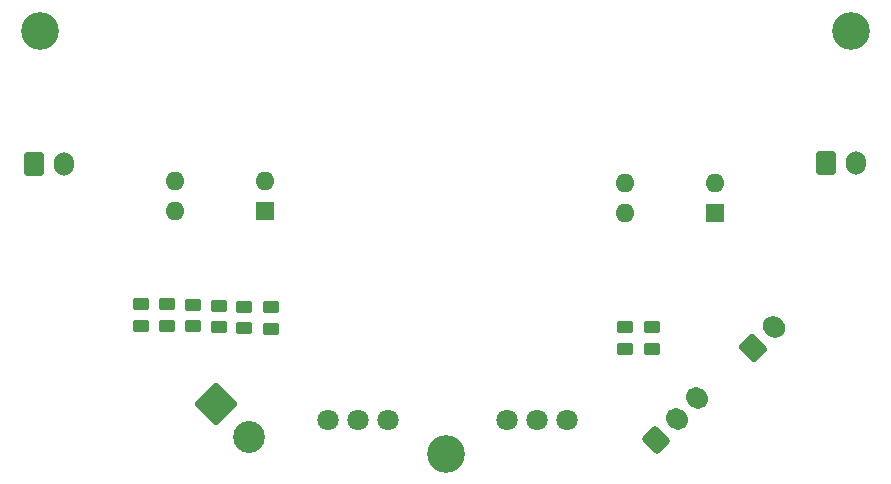
<source format=gbr>
%TF.GenerationSoftware,KiCad,Pcbnew,7.0.9*%
%TF.CreationDate,2024-12-16T15:20:58+09:00*%
%TF.ProjectId,kicker,6b69636b-6572-42e6-9b69-6361645f7063,rev?*%
%TF.SameCoordinates,Original*%
%TF.FileFunction,Soldermask,Top*%
%TF.FilePolarity,Negative*%
%FSLAX46Y46*%
G04 Gerber Fmt 4.6, Leading zero omitted, Abs format (unit mm)*
G04 Created by KiCad (PCBNEW 7.0.9) date 2024-12-16 15:20:58*
%MOMM*%
%LPD*%
G01*
G04 APERTURE LIST*
G04 Aperture macros list*
%AMRoundRect*
0 Rectangle with rounded corners*
0 $1 Rounding radius*
0 $2 $3 $4 $5 $6 $7 $8 $9 X,Y pos of 4 corners*
0 Add a 4 corners polygon primitive as box body*
4,1,4,$2,$3,$4,$5,$6,$7,$8,$9,$2,$3,0*
0 Add four circle primitives for the rounded corners*
1,1,$1+$1,$2,$3*
1,1,$1+$1,$4,$5*
1,1,$1+$1,$6,$7*
1,1,$1+$1,$8,$9*
0 Add four rect primitives between the rounded corners*
20,1,$1+$1,$2,$3,$4,$5,0*
20,1,$1+$1,$4,$5,$6,$7,0*
20,1,$1+$1,$6,$7,$8,$9,0*
20,1,$1+$1,$8,$9,$2,$3,0*%
%AMHorizOval*
0 Thick line with rounded ends*
0 $1 width*
0 $2 $3 position (X,Y) of the first rounded end (center of the circle)*
0 $4 $5 position (X,Y) of the second rounded end (center of the circle)*
0 Add line between two ends*
20,1,$1,$2,$3,$4,$5,0*
0 Add two circle primitives to create the rounded ends*
1,1,$1,$2,$3*
1,1,$1,$4,$5*%
G04 Aperture macros list end*
%ADD10RoundRect,0.250000X-0.450000X0.262500X-0.450000X-0.262500X0.450000X-0.262500X0.450000X0.262500X0*%
%ADD11C,3.200000*%
%ADD12RoundRect,0.250001X-1.555634X0.000000X0.000000X-1.555634X1.555634X0.000000X0.000000X1.555634X0*%
%ADD13C,2.700000*%
%ADD14RoundRect,0.250000X0.106066X-0.954594X0.954594X-0.106066X-0.106066X0.954594X-0.954594X0.106066X0*%
%ADD15HorizOval,1.700000X-0.106066X0.106066X0.106066X-0.106066X0*%
%ADD16RoundRect,0.250000X0.450000X-0.262500X0.450000X0.262500X-0.450000X0.262500X-0.450000X-0.262500X0*%
%ADD17RoundRect,0.250000X-0.600000X-0.750000X0.600000X-0.750000X0.600000X0.750000X-0.600000X0.750000X0*%
%ADD18O,1.700000X2.000000*%
%ADD19R,1.600000X1.600000*%
%ADD20O,1.600000X1.600000*%
%ADD21RoundRect,0.250000X0.088388X-0.936916X0.936916X-0.088388X-0.088388X0.936916X-0.936916X0.088388X0*%
%ADD22HorizOval,1.700000X-0.088388X0.088388X0.088388X-0.088388X0*%
%ADD23C,1.800000*%
G04 APERTURE END LIST*
D10*
%TO.C,R6*%
X198800000Y-69137500D03*
X198800000Y-70962500D03*
%TD*%
D11*
%TO.C,REF\u002A\u002A*%
X183670000Y-79850000D03*
%TD*%
D12*
%TO.C,J1*%
X164160000Y-75660000D03*
D13*
X166960143Y-78460143D03*
%TD*%
D14*
%TO.C,J4*%
X209640000Y-70880000D03*
D15*
X211407767Y-69112233D03*
%TD*%
D16*
%TO.C,R7*%
X160090000Y-69052500D03*
X160090000Y-67227500D03*
%TD*%
D11*
%TO.C,REF\u002A\u002A*%
X149310000Y-44090000D03*
%TD*%
D16*
%TO.C,R4*%
X166590000Y-69232500D03*
X166590000Y-67407500D03*
%TD*%
D11*
%TO.C,REF\u002A\u002A*%
X217960000Y-44030000D03*
%TD*%
D17*
%TO.C,C1*%
X148820000Y-55370000D03*
D18*
X151320000Y-55370000D03*
%TD*%
D19*
%TO.C,U1*%
X206430000Y-59515000D03*
D20*
X206430000Y-56975000D03*
X198810000Y-56975000D03*
X198810000Y-59515000D03*
%TD*%
D16*
%TO.C,R3*%
X164490000Y-69142500D03*
X164490000Y-67317500D03*
%TD*%
D21*
%TO.C,J3*%
X201430000Y-78660000D03*
D22*
X203197767Y-76892233D03*
X204965534Y-75124466D03*
%TD*%
D23*
%TO.C,Q1*%
X173720000Y-77031000D03*
X176260000Y-77031000D03*
X178800000Y-77031000D03*
%TD*%
D10*
%TO.C,R9*%
X162270000Y-67257500D03*
X162270000Y-69082500D03*
%TD*%
D17*
%TO.C,C2*%
X215890000Y-55280000D03*
D18*
X218390000Y-55280000D03*
%TD*%
D16*
%TO.C,R8*%
X168890000Y-69262500D03*
X168890000Y-67437500D03*
%TD*%
%TO.C,R1*%
X201080000Y-70972500D03*
X201080000Y-69147500D03*
%TD*%
D23*
%TO.C,Q3*%
X188830000Y-76980000D03*
X191370000Y-76980000D03*
X193910000Y-76980000D03*
%TD*%
D19*
%TO.C,U2*%
X168360000Y-59320000D03*
D20*
X168360000Y-56780000D03*
X160740000Y-56780000D03*
X160740000Y-59320000D03*
%TD*%
D16*
%TO.C,R2*%
X157860000Y-69025000D03*
X157860000Y-67200000D03*
%TD*%
M02*

</source>
